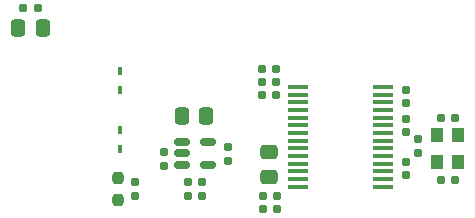
<source format=gtp>
%TF.GenerationSoftware,KiCad,Pcbnew,8.0.5*%
%TF.CreationDate,2024-10-10T11:51:51-04:00*%
%TF.ProjectId,dac,6461632e-6b69-4636-9164-5f7063625858,rev?*%
%TF.SameCoordinates,Original*%
%TF.FileFunction,Paste,Top*%
%TF.FilePolarity,Positive*%
%FSLAX46Y46*%
G04 Gerber Fmt 4.6, Leading zero omitted, Abs format (unit mm)*
G04 Created by KiCad (PCBNEW 8.0.5) date 2024-10-10 11:51:51*
%MOMM*%
%LPD*%
G01*
G04 APERTURE LIST*
G04 Aperture macros list*
%AMRoundRect*
0 Rectangle with rounded corners*
0 $1 Rounding radius*
0 $2 $3 $4 $5 $6 $7 $8 $9 X,Y pos of 4 corners*
0 Add a 4 corners polygon primitive as box body*
4,1,4,$2,$3,$4,$5,$6,$7,$8,$9,$2,$3,0*
0 Add four circle primitives for the rounded corners*
1,1,$1+$1,$2,$3*
1,1,$1+$1,$4,$5*
1,1,$1+$1,$6,$7*
1,1,$1+$1,$8,$9*
0 Add four rect primitives between the rounded corners*
20,1,$1+$1,$2,$3,$4,$5,0*
20,1,$1+$1,$4,$5,$6,$7,0*
20,1,$1+$1,$6,$7,$8,$9,0*
20,1,$1+$1,$8,$9,$2,$3,0*%
G04 Aperture macros list end*
%ADD10RoundRect,0.160000X-0.197500X-0.160000X0.197500X-0.160000X0.197500X0.160000X-0.197500X0.160000X0*%
%ADD11R,0.406400X0.711200*%
%ADD12R,1.750000X0.450000*%
%ADD13RoundRect,0.160000X0.197500X0.160000X-0.197500X0.160000X-0.197500X-0.160000X0.197500X-0.160000X0*%
%ADD14RoundRect,0.250000X-0.475000X0.337500X-0.475000X-0.337500X0.475000X-0.337500X0.475000X0.337500X0*%
%ADD15RoundRect,0.155000X0.155000X-0.212500X0.155000X0.212500X-0.155000X0.212500X-0.155000X-0.212500X0*%
%ADD16RoundRect,0.155000X-0.155000X0.212500X-0.155000X-0.212500X0.155000X-0.212500X0.155000X0.212500X0*%
%ADD17R,1.050000X1.300000*%
%ADD18RoundRect,0.160000X0.160000X-0.197500X0.160000X0.197500X-0.160000X0.197500X-0.160000X-0.197500X0*%
%ADD19RoundRect,0.160000X-0.160000X0.197500X-0.160000X-0.197500X0.160000X-0.197500X0.160000X0.197500X0*%
%ADD20RoundRect,0.250000X0.337500X0.475000X-0.337500X0.475000X-0.337500X-0.475000X0.337500X-0.475000X0*%
%ADD21RoundRect,0.155000X-0.212500X-0.155000X0.212500X-0.155000X0.212500X0.155000X-0.212500X0.155000X0*%
%ADD22RoundRect,0.250000X-0.337500X-0.475000X0.337500X-0.475000X0.337500X0.475000X-0.337500X0.475000X0*%
%ADD23RoundRect,0.155000X0.212500X0.155000X-0.212500X0.155000X-0.212500X-0.155000X0.212500X-0.155000X0*%
%ADD24RoundRect,0.237500X-0.237500X0.250000X-0.237500X-0.250000X0.237500X-0.250000X0.237500X0.250000X0*%
%ADD25RoundRect,0.150000X-0.512500X-0.150000X0.512500X-0.150000X0.512500X0.150000X-0.512500X0.150000X0*%
G04 APERTURE END LIST*
D10*
%TO.C,R2*%
X96537500Y-83705000D03*
X97732500Y-83705000D03*
%TD*%
D11*
%TO.C,D1*%
X84523300Y-88300200D03*
X84523300Y-86700000D03*
%TD*%
D10*
%TO.C,R1*%
X96537500Y-82615000D03*
X97732500Y-82615000D03*
%TD*%
D12*
%TO.C,U1*%
X99565000Y-83020000D03*
X99565000Y-83670000D03*
X99565000Y-84320000D03*
X99565000Y-84970000D03*
X99565000Y-85620000D03*
X99565000Y-86270000D03*
X99565000Y-86920000D03*
X99565000Y-87570000D03*
X99565000Y-88220000D03*
X99565000Y-88870000D03*
X99565000Y-89520000D03*
X99565000Y-90170000D03*
X99565000Y-90820000D03*
X99565000Y-91470000D03*
X106765000Y-91470000D03*
X106765000Y-90820000D03*
X106765000Y-90170000D03*
X106765000Y-89520000D03*
X106765000Y-88870000D03*
X106765000Y-88220000D03*
X106765000Y-87570000D03*
X106765000Y-86920000D03*
X106765000Y-86270000D03*
X106765000Y-85620000D03*
X106765000Y-84970000D03*
X106765000Y-84320000D03*
X106765000Y-83670000D03*
X106765000Y-83020000D03*
%TD*%
D13*
%TO.C,R3*%
X97765500Y-92241000D03*
X96570500Y-92241000D03*
%TD*%
D10*
%TO.C,R7*%
X76327500Y-76365000D03*
X77522500Y-76365000D03*
%TD*%
D14*
%TO.C,C6*%
X97095000Y-88542500D03*
X97095000Y-90617500D03*
%TD*%
D15*
%TO.C,C11*%
X85735000Y-92232500D03*
X85735000Y-91097500D03*
%TD*%
D16*
%TO.C,C3*%
X108705000Y-89337500D03*
X108705000Y-90472500D03*
%TD*%
D17*
%TO.C,Y1*%
X113115000Y-89405000D03*
X113115000Y-87105000D03*
X111365000Y-87105000D03*
X111365000Y-89405000D03*
%TD*%
D11*
%TO.C,D2*%
X84523400Y-81639800D03*
X84523400Y-83240000D03*
%TD*%
D18*
%TO.C,R5*%
X109745000Y-88592500D03*
X109745000Y-87397500D03*
%TD*%
D19*
%TO.C,R10*%
X93605000Y-88087500D03*
X93605000Y-89282500D03*
%TD*%
D20*
%TO.C,C12*%
X91802500Y-85475000D03*
X89727500Y-85475000D03*
%TD*%
D16*
%TO.C,C5*%
X108700000Y-83267500D03*
X108700000Y-84402500D03*
%TD*%
D15*
%TO.C,C13*%
X88185000Y-89692500D03*
X88185000Y-88557500D03*
%TD*%
D21*
%TO.C,C9*%
X111717500Y-85635000D03*
X112852500Y-85635000D03*
%TD*%
D13*
%TO.C,R9*%
X91482500Y-92225000D03*
X90287500Y-92225000D03*
%TD*%
D16*
%TO.C,C4*%
X108705000Y-85711500D03*
X108705000Y-86846500D03*
%TD*%
D22*
%TO.C,C10*%
X75887500Y-77995000D03*
X77962500Y-77995000D03*
%TD*%
D13*
%TO.C,R11*%
X91482500Y-91045000D03*
X90287500Y-91045000D03*
%TD*%
%TO.C,R4*%
X97765500Y-93351000D03*
X96570500Y-93351000D03*
%TD*%
%TO.C,R6*%
X97732500Y-81495000D03*
X96537500Y-81495000D03*
%TD*%
D23*
%TO.C,C8*%
X112852500Y-90895000D03*
X111717500Y-90895000D03*
%TD*%
D24*
%TO.C,R8*%
X84305000Y-90752500D03*
X84305000Y-92577500D03*
%TD*%
D25*
%TO.C,U2*%
X89717500Y-87700000D03*
X89717500Y-88650000D03*
X89717500Y-89600000D03*
X91992500Y-89600000D03*
X91992500Y-87700000D03*
%TD*%
M02*

</source>
